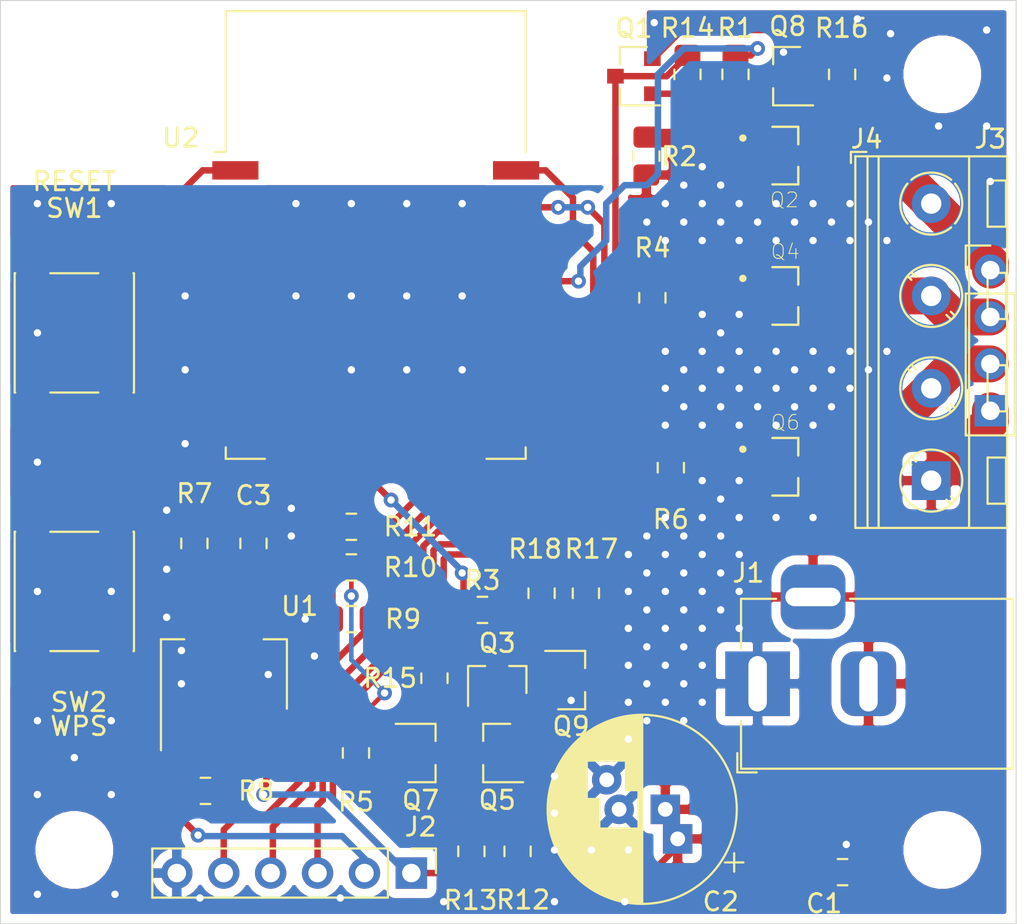
<source format=kicad_pcb>
(kicad_pcb (version 20171130) (host pcbnew 5.1.4+dfsg1-1)
  (layers (0 F.Cu signal) (31 B.Cu signal) (34 B.Paste user) (35 F.Paste user) (36 B.SilkS user) (37 F.SilkS user) (38 B.Mask user) (39 F.Mask user) (44 Edge.Cuts user))
  (net 0 "")
  (net 1 GND)
  (net 2 +12V)
  (net 3 +3V3)
  (net 4 /FL_DTR)
  (net 5 /FL_TX)
  (net 6 /FL_RX)
  (net 7 /DRAIN_BLUE)
  (net 8 /DRAIN_GREEN)
  (net 9 /DRAIN_RED)
  (net 10 /SIG_RED)
  (net 11 /SIG_GREEN)
  (net 12 /SIG_BLUE)
  (net 13 "Net-(R7-Pad1)")
  (net 14 "Net-(R10-Pad1)")
  (net 15 "Net-(R11-Pad2)")
  (net 16 /BTN_RST)
  (net 17 /BTN_WPS)
  (net 18 "Net-(U2-Pad14)")
  (net 19 "Net-(U2-Pad13)")
  (net 20 "Net-(U2-Pad12)")
  (net 21 "Net-(U2-Pad11)")
  (net 22 "Net-(U2-Pad10)")
  (net 23 "Net-(U2-Pad9)")
  (net 24 "Net-(U2-Pad7)")
  (net 25 "Net-(U2-Pad4)")
  (net 26 "Net-(U2-Pad2)")
  (net 27 "Net-(Q1-Pad2)")
  (net 28 "Net-(Q1-Pad1)")
  (net 29 "Net-(Q3-Pad2)")
  (net 30 "Net-(Q3-Pad1)")
  (net 31 "Net-(Q5-Pad2)")
  (net 32 "Net-(Q5-Pad1)")
  (net 33 "Net-(Q2-Pad1)")
  (net 34 "Net-(Q4-Pad1)")
  (net 35 "Net-(Q6-Pad1)")
  (net 36 "Net-(Q7-Pad2)")
  (net 37 "Net-(Q7-Pad1)")
  (net 38 "Net-(Q8-Pad1)")
  (net 39 "Net-(Q9-Pad1)")
  (module Resistor_SMD:R_0805_2012Metric_Pad1.15x1.40mm_HandSolder (layer F.Cu) (at 29.3 32.1 270)
    (fp_text reference R18 (at -2.4 0.35 180) (layer F.SilkS))
    (fp_text value 100R)
    (pad 2 smd roundrect (at 1.025 0 270) (size 1.15 1.4) (layers F.Cu F.Paste F.Mask) (roundrect_rratio 0.217391) (net 29 "Net-(Q3-Pad2)"))
    (pad 1 smd roundrect (at -1.025 0 270) (size 1.15 1.4) (layers F.Cu F.Paste F.Mask) (roundrect_rratio 0.217391) (net 34 "Net-(Q4-Pad1)"))
  )
  (module Resistor_SMD:R_0805_2012Metric_Pad1.15x1.40mm_HandSolder (layer F.Cu) (at 31.7 32.1 270)
    (fp_text reference R17 (at -2.4 -0.3 180) (layer F.SilkS))
    (fp_text value 100R)
    (pad 2 smd roundrect (at 1.025 0 270) (size 1.15 1.4) (layers F.Cu F.Paste F.Mask) (roundrect_rratio 0.217391) (net 31 "Net-(Q5-Pad2)"))
    (pad 1 smd roundrect (at -1.025 0 270) (size 1.15 1.4) (layers F.Cu F.Paste F.Mask) (roundrect_rratio 0.217391) (net 35 "Net-(Q6-Pad1)"))
  )
  (module Resistor_SMD:R_0805_2012Metric_Pad1.15x1.40mm_HandSolder (layer F.Cu) (at 45.575 4 90)
    (fp_text reference R16 (at 2.5 -0.025 180) (layer F.SilkS))
    (fp_text value 100R)
    (pad 2 smd roundrect (at 1.025 0 90) (size 1.15 1.4) (layers F.Cu F.Paste F.Mask) (roundrect_rratio 0.217391) (net 27 "Net-(Q1-Pad2)"))
    (pad 1 smd roundrect (at -1.025 0 90) (size 1.15 1.4) (layers F.Cu F.Paste F.Mask) (roundrect_rratio 0.217391) (net 33 "Net-(Q2-Pad1)"))
  )
  (module Resistor_SMD:R_0805_2012Metric_Pad1.15x1.40mm_HandSolder (layer F.Cu) (at 23.5 36.7 270)
    (fp_text reference R15 (at 0 2.4 180) (layer F.SilkS))
    (fp_text value 1K)
    (pad 2 smd roundrect (at 1.025 0 270) (size 1.15 1.4) (layers F.Cu F.Paste F.Mask) (roundrect_rratio 0.217391) (net 2 +12V))
    (pad 1 smd roundrect (at -1.025 0 270) (size 1.15 1.4) (layers F.Cu F.Paste F.Mask) (roundrect_rratio 0.217391) (net 30 "Net-(Q3-Pad1)"))
  )
  (module Resistor_SMD:R_0805_2012Metric_Pad1.15x1.40mm_HandSolder (layer F.Cu) (at 37.2 4 90)
    (fp_text reference R14 (at 2.5 0 180) (layer F.SilkS))
    (fp_text value 1K)
    (pad 2 smd roundrect (at 1.025 0 90) (size 1.15 1.4) (layers F.Cu F.Paste F.Mask) (roundrect_rratio 0.217391) (net 2 +12V))
    (pad 1 smd roundrect (at -1.025 0 90) (size 1.15 1.4) (layers F.Cu F.Paste F.Mask) (roundrect_rratio 0.217391) (net 28 "Net-(Q1-Pad1)"))
  )
  (module Resistor_SMD:R_0805_2012Metric_Pad1.15x1.40mm_HandSolder (layer F.Cu) (at 25.5 46.075 270)
    (fp_text reference R13 (at 2.65 0.05 180) (layer F.SilkS))
    (fp_text value 1K)
    (pad 2 smd roundrect (at 1.025 0 270) (size 1.15 1.4) (layers F.Cu F.Paste F.Mask) (roundrect_rratio 0.217391) (net 2 +12V))
    (pad 1 smd roundrect (at -1.025 0 270) (size 1.15 1.4) (layers F.Cu F.Paste F.Mask) (roundrect_rratio 0.217391) (net 32 "Net-(Q5-Pad1)"))
  )
  (module Package_TO_SOT_SMD:SOT-23 (layer F.Cu) (at 30.9 36.8)
    (fp_text reference Q9 (at 0 2.5) (layer F.SilkS))
    (fp_text value BC817)
    (pad 3 smd rect (at 1 0) (size 0.9 0.8) (layers F.Cu F.Paste F.Mask) (net 30 "Net-(Q3-Pad1)"))
    (pad 2 smd rect (at -1 0.95) (size 0.9 0.8) (layers F.Cu F.Paste F.Mask) (net 1 GND))
    (pad 1 smd rect (at -1 -0.95) (size 0.9 0.8) (layers F.Cu F.Paste F.Mask) (net 39 "Net-(Q9-Pad1)"))
  )
  (module Package_TO_SOT_SMD:SOT-23 (layer F.Cu) (at 42.6 4.1 180)
    (fp_text reference Q8 (at -0.025 2.7) (layer F.SilkS))
    (fp_text value BC817)
    (pad 3 smd rect (at 1 0 180) (size 0.9 0.8) (layers F.Cu F.Paste F.Mask) (net 28 "Net-(Q1-Pad1)"))
    (pad 2 smd rect (at -1 0.95 180) (size 0.9 0.8) (layers F.Cu F.Paste F.Mask) (net 1 GND))
    (pad 1 smd rect (at -1 -0.95 180) (size 0.9 0.8) (layers F.Cu F.Paste F.Mask) (net 38 "Net-(Q8-Pad1)"))
  )
  (module Package_TO_SOT_SMD:SOT-23 (layer F.Cu) (at 22.8 40.75)
    (fp_text reference Q7 (at -0.05 2.55) (layer F.SilkS))
    (fp_text value BC817)
    (pad 3 smd rect (at 1 0) (size 0.9 0.8) (layers F.Cu F.Paste F.Mask) (net 32 "Net-(Q5-Pad1)"))
    (pad 2 smd rect (at -1 0.95) (size 0.9 0.8) (layers F.Cu F.Paste F.Mask) (net 36 "Net-(Q7-Pad2)"))
    (pad 1 smd rect (at -1 -0.95) (size 0.9 0.8) (layers F.Cu F.Paste F.Mask) (net 37 "Net-(Q7-Pad1)"))
  )
  (module Resistor_SMD:R_0805_2012Metric_Pad1.15x1.40mm_HandSolder (layer F.Cu) (at 28 46.075 270)
    (fp_text reference R12 (at 2.625 -0.3 180) (layer F.SilkS))
    (fp_text value 100K)
    (pad 2 smd roundrect (at 1.025 0 270) (size 1.15 1.4) (layers F.Cu F.Paste F.Mask) (roundrect_rratio 0.217391) (net 2 +12V))
    (pad 1 smd roundrect (at -1.025 0 270) (size 1.15 1.4) (layers F.Cu F.Paste F.Mask) (roundrect_rratio 0.217391) (net 1 GND))
  )
  (module Package_TO_SOT_SMD:SOT-23 (layer F.Cu) (at 26.9 36.8 90)
    (fp_text reference Q3 (at 2 0 180) (layer F.SilkS))
    (fp_text value BC807)
    (pad 3 smd rect (at 1 0 90) (size 0.9 0.8) (layers F.Cu F.Paste F.Mask) (net 2 +12V))
    (pad 2 smd rect (at -1 0.95 90) (size 0.9 0.8) (layers F.Cu F.Paste F.Mask) (net 29 "Net-(Q3-Pad2)"))
    (pad 1 smd rect (at -1 -0.95 90) (size 0.9 0.8) (layers F.Cu F.Paste F.Mask) (net 30 "Net-(Q3-Pad1)"))
  )
  (module IRLML0030TRPBF-1:SOT95P237X112-3N (layer F.Cu) (at 42.5 8.4)
    (fp_text reference Q2 (at -0.05 2.4) (layer F.SilkS) (effects (font (size 0.8 0.8) (thickness 0.05))))
    (fp_text value IRLML0030TRPBF-1 hide)
    (pad 3 smd rect (at 1.025 0) (size 1.3 0.59) (layers F.Cu F.Paste F.Mask) (net 9 /DRAIN_RED))
    (pad 2 smd rect (at -1.025 0.95) (size 1.3 0.59) (layers F.Cu F.Paste F.Mask) (net 1 GND))
    (pad 1 smd rect (at -1.025 -0.95) (size 1.3 0.59) (layers F.Cu F.Paste F.Mask) (net 33 "Net-(Q2-Pad1)"))
  )
  (module MountingHole:MountingHole_3.2mm_M3 (layer F.Cu) (at 51 4)
    (fp_text reference H4 hide)
    (fp_text value MountingHole hide)
    (pad 1 np_thru_hole circle (at 0 0) (size 3.2 3.2) (drill 3.2) (layers *.Cu *.Mask))
  )
  (module MountingHole:MountingHole_3.2mm_M3 (layer F.Cu) (at 4 46)
    (fp_text reference H3 hide)
    (fp_text value MountingHole)
    (pad 1 np_thru_hole circle (at 0 0) (size 3.2 3.2) (drill 3.2) (layers *.Cu *.Mask))
  )
  (module MountingHole:MountingHole_3.2mm_M3 (layer F.Cu) (at 51 46)
    (fp_text reference H2 hide)
    (fp_text value MountingHole hide)
    (pad 1 np_thru_hole circle (at 0 0) (size 3.2 3.2) (drill 3.2) (layers *.Cu *.Mask))
  )
  (module MountingHole:MountingHole_3.2mm_M3 (layer F.Cu) (at 4 4)
    (fp_text reference H1 hide)
    (fp_text value MountingHole)
    (pad 1 np_thru_hole circle (at 0 0) (size 3.2 3.2) (drill 3.2) (layers *.Cu *.Mask))
  )
  (module RF_Module:ESP-12E (layer F.Cu) (at 20.32 12.7)
    (fp_text reference U2 (at -10.56 -5.26) (layer F.SilkS))
    (fp_text value ESP-12E)
    (pad 22 smd rect (at 7.6 -3.5) (size 2.5 1) (layers F.Cu F.Paste F.Mask) (net 5 /FL_TX))
    (pad 21 smd rect (at 7.6 -1.5) (size 2.5 1) (layers F.Cu F.Paste F.Mask) (net 6 /FL_RX))
    (pad 20 smd rect (at 7.6 0.5) (size 2.5 1) (layers F.Cu F.Paste F.Mask) (net 17 /BTN_WPS))
    (pad 19 smd rect (at 7.6 2.5) (size 2.5 1) (layers F.Cu F.Paste F.Mask) (net 10 /SIG_RED))
    (pad 18 smd rect (at 7.6 4.5) (size 2.5 1) (layers F.Cu F.Paste F.Mask) (net 4 /FL_DTR))
    (pad 17 smd rect (at 7.6 6.5) (size 2.5 1) (layers F.Cu F.Paste F.Mask) (net 14 "Net-(R10-Pad1)"))
    (pad 16 smd rect (at 7.6 8.5) (size 2.5 1) (layers F.Cu F.Paste F.Mask) (net 15 "Net-(R11-Pad2)"))
    (pad 15 smd rect (at 7.6 10.5) (size 2.5 1) (layers F.Cu F.Paste F.Mask) (net 1 GND))
    (pad 14 smd rect (at 5 12) (size 1 1.8) (layers F.Cu F.Paste F.Mask) (net 18 "Net-(U2-Pad14)"))
    (pad 13 smd rect (at 3 12) (size 1 1.8) (layers F.Cu F.Paste F.Mask) (net 19 "Net-(U2-Pad13)"))
    (pad 12 smd rect (at 1 12) (size 1 1.8) (layers F.Cu F.Paste F.Mask) (net 20 "Net-(U2-Pad12)"))
    (pad 11 smd rect (at -1 12) (size 1 1.8) (layers F.Cu F.Paste F.Mask) (net 21 "Net-(U2-Pad11)"))
    (pad 10 smd rect (at -3 12) (size 1 1.8) (layers F.Cu F.Paste F.Mask) (net 22 "Net-(U2-Pad10)"))
    (pad 9 smd rect (at -5 12) (size 1 1.8) (layers F.Cu F.Paste F.Mask) (net 23 "Net-(U2-Pad9)"))
    (pad 8 smd rect (at -7.6 10.5) (size 2.5 1) (layers F.Cu F.Paste F.Mask) (net 3 +3V3))
    (pad 7 smd rect (at -7.6 8.5) (size 2.5 1) (layers F.Cu F.Paste F.Mask) (net 24 "Net-(U2-Pad7)"))
    (pad 6 smd rect (at -7.6 6.5) (size 2.5 1) (layers F.Cu F.Paste F.Mask) (net 12 /SIG_BLUE))
    (pad 5 smd rect (at -7.6 4.5) (size 2.5 1) (layers F.Cu F.Paste F.Mask) (net 11 /SIG_GREEN))
    (pad 4 smd rect (at -7.6 2.5) (size 2.5 1) (layers F.Cu F.Paste F.Mask) (net 25 "Net-(U2-Pad4)"))
    (pad 3 smd rect (at -7.6 0.5) (size 2.5 1) (layers F.Cu F.Paste F.Mask) (net 13 "Net-(R7-Pad1)"))
    (pad 2 smd rect (at -7.6 -1.5) (size 2.5 1) (layers F.Cu F.Paste F.Mask) (net 26 "Net-(U2-Pad2)"))
    (pad 1 smd rect (at -7.6 -3.5) (size 2.5 1) (layers F.Cu F.Paste F.Mask) (net 16 /BTN_RST))
  )
  (module Package_TO_SOT_SMD:SOT-223-3_TabPin2 (layer F.Cu) (at 12.1 36.5 90)
    (fp_text reference U1 (at 3.7 4.1 180) (layer F.SilkS))
    (fp_text value AMS1117-3.3)
    (pad 1 smd rect (at -3.15 -2.3 90) (size 2 1.5) (layers F.Cu F.Paste F.Mask) (net 1 GND))
    (pad 3 smd rect (at -3.15 2.3 90) (size 2 1.5) (layers F.Cu F.Paste F.Mask) (net 2 +12V))
    (pad 2 smd rect (at -3.15 0 90) (size 2 1.5) (layers F.Cu F.Paste F.Mask) (net 3 +3V3))
    (pad 2 smd rect (at 3.15 0 90) (size 2 3.8) (layers F.Cu F.Paste F.Mask) (net 3 +3V3))
  )
  (module Button_Switch_SMD:SW_Push_1P1T_NO_6x6mm_H9.5mm (layer F.Cu) (at 4 32 270)
    (fp_text reference SW2 (at 6 -0.25) (layer F.SilkS))
    (fp_text value SW_Push)
    (pad 2 smd rect (at 3.975 2.25 270) (size 1.55 1.3) (layers F.Cu F.Paste F.Mask) (net 1 GND))
    (pad 1 smd rect (at 3.975 -2.25 270) (size 1.55 1.3) (layers F.Cu F.Paste F.Mask) (net 17 /BTN_WPS))
    (pad 1 smd rect (at -3.975 -2.25 270) (size 1.55 1.3) (layers F.Cu F.Paste F.Mask) (net 17 /BTN_WPS))
    (pad 2 smd rect (at -3.975 2.25 270) (size 1.55 1.3) (layers F.Cu F.Paste F.Mask) (net 1 GND))
  )
  (module Button_Switch_SMD:SW_Push_1P1T_NO_6x6mm_H9.5mm (layer F.Cu) (at 4 18 270)
    (fp_text reference SW1 (at -6.75 0 180) (layer F.SilkS))
    (fp_text value SW_Push)
    (pad 2 smd rect (at 3.975 2.25 270) (size 1.55 1.3) (layers F.Cu F.Paste F.Mask) (net 1 GND))
    (pad 1 smd rect (at 3.975 -2.25 270) (size 1.55 1.3) (layers F.Cu F.Paste F.Mask) (net 16 /BTN_RST))
    (pad 1 smd rect (at -3.975 -2.25 270) (size 1.55 1.3) (layers F.Cu F.Paste F.Mask) (net 16 /BTN_RST))
    (pad 2 smd rect (at -3.975 2.25 270) (size 1.55 1.3) (layers F.Cu F.Paste F.Mask) (net 1 GND))
  )
  (module Resistor_SMD:R_0805_2012Metric_Pad1.15x1.40mm_HandSolder (layer F.Cu) (at 19 28.5)
    (fp_text reference R11 (at 3.2 0) (layer F.SilkS))
    (fp_text value 1K*)
    (pad 2 smd roundrect (at 1.025 0) (size 1.15 1.4) (layers F.Cu F.Paste F.Mask) (roundrect_rratio 0.217391) (net 15 "Net-(R11-Pad2)"))
    (pad 1 smd roundrect (at -1.025 0) (size 1.15 1.4) (layers F.Cu F.Paste F.Mask) (roundrect_rratio 0.217391) (net 1 GND))
  )
  (module Resistor_SMD:R_0805_2012Metric_Pad1.15x1.40mm_HandSolder (layer F.Cu) (at 19 30.7 180)
    (fp_text reference R10 (at -3.2 0) (layer F.SilkS))
    (fp_text value 1K*)
    (pad 2 smd roundrect (at 1.025 0 180) (size 1.15 1.4) (layers F.Cu F.Paste F.Mask) (roundrect_rratio 0.217391) (net 3 +3V3))
    (pad 1 smd roundrect (at -1.025 0 180) (size 1.15 1.4) (layers F.Cu F.Paste F.Mask) (roundrect_rratio 0.217391) (net 14 "Net-(R10-Pad1)"))
  )
  (module Resistor_SMD:R_0805_2012Metric_Pad1.15x1.40mm_HandSolder (layer F.Cu) (at 19 33.5 180)
    (fp_text reference R9 (at -2.8 0) (layer F.SilkS))
    (fp_text value 1K*)
    (pad 2 smd roundrect (at 1.025 0 180) (size 1.15 1.4) (layers F.Cu F.Paste F.Mask) (roundrect_rratio 0.217391) (net 3 +3V3))
    (pad 1 smd roundrect (at -1.025 0 180) (size 1.15 1.4) (layers F.Cu F.Paste F.Mask) (roundrect_rratio 0.217391) (net 4 /FL_DTR))
  )
  (module Resistor_SMD:R_0805_2012Metric_Pad1.15x1.40mm_HandSolder (layer F.Cu) (at 11.1 42.8)
    (fp_text reference R8 (at 2.75 0) (layer F.SilkS))
    (fp_text value 1K)
    (pad 2 smd roundrect (at 1.025 0) (size 1.15 1.4) (layers F.Cu F.Paste F.Mask) (roundrect_rratio 0.217391) (net 3 +3V3))
    (pad 1 smd roundrect (at -1.025 0) (size 1.15 1.4) (layers F.Cu F.Paste F.Mask) (roundrect_rratio 0.217391) (net 16 /BTN_RST))
  )
  (module Resistor_SMD:R_0805_2012Metric_Pad1.15x1.40mm_HandSolder (layer F.Cu) (at 10.5 29.4 270)
    (fp_text reference R7 (at -2.7 0 180) (layer F.SilkS))
    (fp_text value 1K)
    (pad 2 smd roundrect (at 1.025 0 270) (size 1.15 1.4) (layers F.Cu F.Paste F.Mask) (roundrect_rratio 0.217391) (net 3 +3V3))
    (pad 1 smd roundrect (at -1.025 0 270) (size 1.15 1.4) (layers F.Cu F.Paste F.Mask) (roundrect_rratio 0.217391) (net 13 "Net-(R7-Pad1)"))
  )
  (module Resistor_SMD:R_0805_2012Metric_Pad1.15x1.40mm_HandSolder (layer F.Cu) (at 36.3 25.3 270)
    (fp_text reference R6 (at 2.8 0 180) (layer F.SilkS))
    (fp_text value 1K)
    (pad 2 smd roundrect (at 1.025 0 270) (size 1.15 1.4) (layers F.Cu F.Paste F.Mask) (roundrect_rratio 0.217391) (net 1 GND))
    (pad 1 smd roundrect (at -1.025 0 270) (size 1.15 1.4) (layers F.Cu F.Paste F.Mask) (roundrect_rratio 0.217391) (net 35 "Net-(Q6-Pad1)"))
  )
  (module Resistor_SMD:R_0805_2012Metric_Pad1.15x1.40mm_HandSolder (layer F.Cu) (at 19.25 40.75 90)
    (fp_text reference R5 (at -2.65 0 180) (layer F.SilkS))
    (fp_text value 1K)
    (pad 2 smd roundrect (at 1.025 0 90) (size 1.15 1.4) (layers F.Cu F.Paste F.Mask) (roundrect_rratio 0.217391) (net 12 /SIG_BLUE))
    (pad 1 smd roundrect (at -1.025 0 90) (size 1.15 1.4) (layers F.Cu F.Paste F.Mask) (roundrect_rratio 0.217391) (net 37 "Net-(Q7-Pad1)"))
  )
  (module Resistor_SMD:R_0805_2012Metric_Pad1.15x1.40mm_HandSolder (layer F.Cu) (at 35.3 16.1 270)
    (fp_text reference R4 (at -2.7 0 180) (layer F.SilkS))
    (fp_text value 1K)
    (pad 2 smd roundrect (at 1.025 0 270) (size 1.15 1.4) (layers F.Cu F.Paste F.Mask) (roundrect_rratio 0.217391) (net 1 GND))
    (pad 1 smd roundrect (at -1.025 0 270) (size 1.15 1.4) (layers F.Cu F.Paste F.Mask) (roundrect_rratio 0.217391) (net 34 "Net-(Q4-Pad1)"))
  )
  (module Resistor_SMD:R_0805_2012Metric_Pad1.15x1.40mm_HandSolder (layer F.Cu) (at 26.1 33 180)
    (fp_text reference R3 (at 0 1.6) (layer F.SilkS))
    (fp_text value 1K)
    (pad 2 smd roundrect (at 1.025 0 180) (size 1.15 1.4) (layers F.Cu F.Paste F.Mask) (roundrect_rratio 0.217391) (net 11 /SIG_GREEN))
    (pad 1 smd roundrect (at -1.025 0 180) (size 1.15 1.4) (layers F.Cu F.Paste F.Mask) (roundrect_rratio 0.217391) (net 39 "Net-(Q9-Pad1)"))
  )
  (module Resistor_SMD:R_0805_2012Metric_Pad1.15x1.40mm_HandSolder (layer F.Cu) (at 34.975 8.425 270)
    (fp_text reference R2 (at 0.025 -1.775 180) (layer F.SilkS))
    (fp_text value 1K)
    (pad 2 smd roundrect (at 1.025 0 270) (size 1.15 1.4) (layers F.Cu F.Paste F.Mask) (roundrect_rratio 0.217391) (net 1 GND))
    (pad 1 smd roundrect (at -1.025 0 270) (size 1.15 1.4) (layers F.Cu F.Paste F.Mask) (roundrect_rratio 0.217391) (net 33 "Net-(Q2-Pad1)"))
  )
  (module Resistor_SMD:R_0805_2012Metric_Pad1.15x1.40mm_HandSolder (layer F.Cu) (at 39.8 4 90)
    (fp_text reference R1 (at 2.5 0 180) (layer F.SilkS))
    (fp_text value 1K)
    (pad 2 smd roundrect (at 1.025 0 90) (size 1.15 1.4) (layers F.Cu F.Paste F.Mask) (roundrect_rratio 0.217391) (net 10 /SIG_RED))
    (pad 1 smd roundrect (at -1.025 0 90) (size 1.15 1.4) (layers F.Cu F.Paste F.Mask) (roundrect_rratio 0.217391) (net 38 "Net-(Q8-Pad1)"))
  )
  (module IRLML0030TRPBF-1:SOT95P237X112-3N (layer F.Cu) (at 42.5 25.25)
    (fp_text reference Q6 (at 0 -2.4) (layer F.SilkS) (effects (font (size 0.8 0.8) (thickness 0.05))))
    (fp_text value IRLML0030TRPBF-1 hide)
    (pad 3 smd rect (at 1.025 0) (size 1.3 0.59) (layers F.Cu F.Paste F.Mask) (net 7 /DRAIN_BLUE))
    (pad 2 smd rect (at -1.025 0.95) (size 1.3 0.59) (layers F.Cu F.Paste F.Mask) (net 1 GND))
    (pad 1 smd rect (at -1.025 -0.95) (size 1.3 0.59) (layers F.Cu F.Paste F.Mask) (net 35 "Net-(Q6-Pad1)"))
  )
  (module Package_TO_SOT_SMD:SOT-23 (layer F.Cu) (at 26.9 40.75 180)
    (fp_text reference Q5 (at 0 -2.55) (layer F.SilkS))
    (fp_text value BC807)
    (pad 3 smd rect (at 1 0 180) (size 0.9 0.8) (layers F.Cu F.Paste F.Mask) (net 2 +12V))
    (pad 2 smd rect (at -1 0.95 180) (size 0.9 0.8) (layers F.Cu F.Paste F.Mask) (net 31 "Net-(Q5-Pad2)"))
    (pad 1 smd rect (at -1 -0.95 180) (size 0.9 0.8) (layers F.Cu F.Paste F.Mask) (net 32 "Net-(Q5-Pad1)"))
  )
  (module IRLML0030TRPBF-1:SOT95P237X112-3N (layer F.Cu) (at 42.5 16)
    (fp_text reference Q4 (at 0 -2.4) (layer F.SilkS) (effects (font (size 0.8 0.8) (thickness 0.05))))
    (fp_text value IRLML0030TRPBF-1 hide)
    (pad 3 smd rect (at 1.025 0) (size 1.3 0.59) (layers F.Cu F.Paste F.Mask) (net 8 /DRAIN_GREEN))
    (pad 2 smd rect (at -1.025 0.95) (size 1.3 0.59) (layers F.Cu F.Paste F.Mask) (net 1 GND))
    (pad 1 smd rect (at -1.025 -0.95) (size 1.3 0.59) (layers F.Cu F.Paste F.Mask) (net 34 "Net-(Q4-Pad1)"))
  )
  (module Package_TO_SOT_SMD:SOT-23 (layer F.Cu) (at 34.3 4.1 180)
    (fp_text reference Q1 (at 0 2.6) (layer F.SilkS))
    (fp_text value BC807)
    (pad 3 smd rect (at 1 0 180) (size 0.9 0.8) (layers F.Cu F.Paste F.Mask) (net 2 +12V))
    (pad 2 smd rect (at -1 0.95 180) (size 0.9 0.8) (layers F.Cu F.Paste F.Mask) (net 27 "Net-(Q1-Pad2)"))
    (pad 1 smd rect (at -1 -0.95 180) (size 0.9 0.8) (layers F.Cu F.Paste F.Mask) (net 28 "Net-(Q1-Pad1)"))
  )
  (module TerminalBlock_RND:TerminalBlock_RND_205-00047_1x04_P5.00mm_Horizontal (layer F.Cu) (at 50.4 11 270)
    (fp_text reference J4 (at -3.5 3.5 180) (layer F.SilkS))
    (fp_text value Screw_Terminal_01x04 hide)
    (pad 4 thru_hole rect (at 15 0 270) (size 2.1 2.1) (drill 1.1) (layers *.Cu *.Mask) (net 2 +12V))
    (pad 3 thru_hole circle (at 10 0 270) (size 2.1 2.1) (drill 1.1) (layers *.Cu *.Mask) (net 7 /DRAIN_BLUE))
    (pad 2 thru_hole circle (at 5 0 270) (size 2.1 2.1) (drill 1.1) (layers *.Cu *.Mask) (net 8 /DRAIN_GREEN))
    (pad 1 thru_hole circle (at 0 0 270) (size 2.1 2.1) (drill 1.1) (layers *.Cu *.Mask) (net 9 /DRAIN_RED))
  )
  (module Connector_PinHeader_2.54mm:PinHeader_1x04_P2.54mm_Vertical (layer F.Cu) (at 53.6 14.6)
    (fp_text reference J3 (at 0 -7.1) (layer F.SilkS))
    (fp_text value Conn_01x04 hide)
    (pad 4 thru_hole rect (at 0 7.62) (size 1.7 1.7) (drill 1) (layers *.Cu *.Mask) (net 2 +12V))
    (pad 3 thru_hole oval (at 0 5.08) (size 1.7 1.7) (drill 1) (layers *.Cu *.Mask) (net 7 /DRAIN_BLUE))
    (pad 2 thru_hole oval (at 0 2.54) (size 1.7 1.7) (drill 1) (layers *.Cu *.Mask) (net 8 /DRAIN_GREEN))
    (pad 1 thru_hole circle (at 0 0) (size 1.7 1.7) (drill 1) (layers *.Cu *.Mask) (net 9 /DRAIN_RED))
  )
  (module Connector_PinHeader_2.54mm:PinHeader_1x06_P2.54mm_Vertical (layer F.Cu) (at 22.25 47.25 270)
    (fp_text reference J2 (at -2.5 -0.5 180) (layer F.SilkS))
    (fp_text value Conn_01x06)
    (pad 6 thru_hole oval (at 0 12.7 270) (size 1.7 1.7) (drill 1) (layers *.Cu *.Mask) (net 1 GND))
    (pad 5 thru_hole oval (at 0 10.16 270) (size 1.7 1.7) (drill 1) (layers *.Cu *.Mask) (net 4 /FL_DTR))
    (pad 4 thru_hole oval (at 0 7.62 270) (size 1.7 1.7) (drill 1) (layers *.Cu *.Mask) (net 5 /FL_TX))
    (pad 3 thru_hole oval (at 0 5.08 270) (size 1.7 1.7) (drill 1) (layers *.Cu *.Mask) (net 6 /FL_RX))
    (pad 2 thru_hole oval (at 0 2.54 270) (size 1.7 1.7) (drill 1) (layers *.Cu *.Mask) (net 16 /BTN_RST))
    (pad 1 thru_hole rect (at 0 0 270) (size 1.7 1.7) (drill 1) (layers *.Cu *.Mask) (net 2 +12V))
  )
  (module Connector_BarrelJack:BarrelJack_Horizontal (layer F.Cu) (at 41 37 180)
    (fp_text reference J1 (at 0.5 6) (layer F.SilkS))
    (fp_text value Barrel_Jack_Switch hide)
    (pad 3 thru_hole roundrect (at -3 4.7 180) (size 3.5 3.5) (drill oval 3 1) (layers *.Cu *.Mask) (net 2 +12V))
    (pad 2 thru_hole roundrect (at -6 0 180) (size 3 3.5) (drill oval 1 3) (layers *.Cu *.Mask) (net 2 +12V))
    (pad 1 thru_hole rect (at 0 0 180) (size 3.5 3.5) (drill oval 1 3) (layers *.Cu *.Mask) (net 1 GND))
  )
  (module Capacitor_SMD:C_0805_2012Metric_Pad1.15x1.40mm_HandSolder (layer F.Cu) (at 13.7 29.4 90)
    (fp_text reference C3 (at 2.6 0 180) (layer F.SilkS))
    (fp_text value 100nF)
    (pad 2 smd roundrect (at 1.025 0 90) (size 1.15 1.4) (layers F.Cu F.Paste F.Mask) (roundrect_rratio 0.217391) (net 1 GND))
    (pad 1 smd roundrect (at -1.025 0 90) (size 1.15 1.4) (layers F.Cu F.Paste F.Mask) (roundrect_rratio 0.217391) (net 3 +3V3))
  )
  (module Capacitor_THT:CP_Radial_D10.0mm_P2.50mm_P5.00mm (layer F.Cu) (at 36 43.8 180)
    (fp_text reference C2 (at -3 -5) (layer F.SilkS))
    (fp_text value 100uF)
    (pad 2 thru_hole circle (at 3.170937 1.6 180) (size 1.6 1.6) (drill 0.8) (layers *.Cu *.Mask) (net 1 GND))
    (pad 1 thru_hole rect (at -0.670937 -1.6 180) (size 1.6 1.6) (drill 0.8) (layers *.Cu *.Mask) (net 2 +12V))
    (pad 2 thru_hole circle (at 2.5 0 180) (size 1.6 1.6) (drill 0.8) (layers *.Cu *.Mask) (net 1 GND))
    (pad 1 thru_hole rect (at 0 0 180) (size 1.6 1.6) (drill 0.8) (layers *.Cu *.Mask) (net 2 +12V))
  )
  (module Capacitor_SMD:C_0805_2012Metric_Pad1.15x1.40mm_HandSolder (layer F.Cu) (at 45.6 47.2)
    (fp_text reference C1 (at -1 1.7) (layer F.SilkS))
    (fp_text value 100nF)
    (pad 2 smd roundrect (at 1.025 0) (size 1.15 1.4) (layers F.Cu F.Paste F.Mask) (roundrect_rratio 0.217391) (net 1 GND))
    (pad 1 smd roundrect (at -1.025 0) (size 1.15 1.4) (layers F.Cu F.Paste F.Mask) (roundrect_rratio 0.217391) (net 2 +12V))
  )
  (gr_text RESET (at 4 9.8) (layer F.SilkS) (effects (font (size 1 1))))
  (gr_text WPS (at 4.25 39.3) (layer F.SilkS) (effects (font (size 1 1))))
  (gr_line (start 55 0) (end 55 50) (layer Edge.Cuts) (width 0.05))
  (gr_line (start 0 0) (end 55 0) (layer Edge.Cuts) (width 0.05))
  (gr_line (start 0 50) (end 55 50) (layer Edge.Cuts) (width 0.05))
  (gr_line (start 0 50) (end 0 40) (layer Edge.Cuts) (width 0.05))
  (gr_line (start 0 40) (end 0 0) (layer Edge.Cuts) (width 0.05))
  (via (at 10 16) (size 0.8) (drill 0.4) (layers F.Cu B.Cu) (net 1))
  (via (at 10 20) (size 0.8) (drill 0.4) (layers F.Cu B.Cu) (net 1))
  (via (at 10 24) (size 0.8) (drill 0.4) (layers F.Cu B.Cu) (net 1))
  (via (at 16 16) (size 0.8) (drill 0.4) (layers F.Cu B.Cu) (net 1))
  (via (at 19 16) (size 0.8) (drill 0.4) (layers F.Cu B.Cu) (net 1))
  (via (at 22 16) (size 0.8) (drill 0.4) (layers F.Cu B.Cu) (net 1))
  (via (at 25 16) (size 0.8) (drill 0.4) (layers F.Cu B.Cu) (net 1))
  (via (at 19 20) (size 0.8) (drill 0.4) (layers F.Cu B.Cu) (net 1))
  (via (at 22 20) (size 0.8) (drill 0.4) (layers F.Cu B.Cu) (net 1))
  (via (at 17 35.5) (size 0.8) (drill 0.4) (layers F.Cu B.Cu) (net 1))
  (via (at 16.5 33.5) (size 0.8) (drill 0.4) (layers F.Cu B.Cu) (net 1))
  (via (at 14.5 36.5) (size 0.8) (drill 0.4) (layers F.Cu B.Cu) (net 1))
  (via (at 15.75 29) (size 0.8) (drill 0.4) (layers F.Cu B.Cu) (net 1))
  (via (at 15.75 27.5) (size 0.8) (drill 0.4) (layers F.Cu B.Cu) (net 1))
  (via (at 42.4 2.8) (size 0.8) (drill 0.4) (layers F.Cu B.Cu) (net 1))
  (via (at 45.8 45.7) (size 0.8) (drill 0.4) (layers F.Cu B.Cu) (net 1))
  (segment (start 45.8 46.375) (end 45.8 45.7) (width 0.35) (layer F.Cu) (net 1))
  (segment (start 46.625 47.2) (end 45.8 46.375) (width 0.35) (layer F.Cu) (net 1))
  (via (at 36 19) (size 0.8) (drill 0.4) (layers F.Cu B.Cu) (net 1))
  (via (at 38 19) (size 0.8) (drill 0.4) (layers F.Cu B.Cu) (net 1))
  (via (at 40 19) (size 0.8) (drill 0.4) (layers F.Cu B.Cu) (net 1))
  (via (at 42 19) (size 0.8) (drill 0.4) (layers F.Cu B.Cu) (net 1))
  (via (at 44 19) (size 0.8) (drill 0.4) (layers F.Cu B.Cu) (net 1))
  (via (at 46 19) (size 0.8) (drill 0.4) (layers F.Cu B.Cu) (net 1))
  (via (at 48 19) (size 0.8) (drill 0.4) (layers F.Cu B.Cu) (net 1))
  (via (at 36 21) (size 0.8) (drill 0.4) (layers F.Cu B.Cu) (net 1))
  (via (at 38 21) (size 0.8) (drill 0.4) (layers F.Cu B.Cu) (net 1))
  (via (at 40 21) (size 0.8) (drill 0.4) (layers F.Cu B.Cu) (net 1))
  (via (at 42 21) (size 0.8) (drill 0.4) (layers F.Cu B.Cu) (net 1))
  (via (at 44 21) (size 0.8) (drill 0.4) (layers F.Cu B.Cu) (net 1))
  (via (at 46 21) (size 0.8) (drill 0.4) (layers F.Cu B.Cu) (net 1))
  (via (at 44 23) (size 0.8) (drill 0.4) (layers F.Cu B.Cu) (net 1))
  (via (at 42 23) (size 0.8) (drill 0.4) (layers F.Cu B.Cu) (net 1))
  (via (at 40 23) (size 0.8) (drill 0.4) (layers F.Cu B.Cu) (net 1))
  (via (at 38 23) (size 0.8) (drill 0.4) (layers F.Cu B.Cu) (net 1))
  (via (at 38 17) (size 0.8) (drill 0.4) (layers F.Cu B.Cu) (net 1))
  (via (at 37 20) (size 0.8) (drill 0.4) (layers F.Cu B.Cu) (net 1))
  (via (at 39 20) (size 0.8) (drill 0.4) (layers F.Cu B.Cu) (net 1))
  (via (at 41 20) (size 0.8) (drill 0.4) (layers F.Cu B.Cu) (net 1))
  (via (at 43 20) (size 0.8) (drill 0.4) (layers F.Cu B.Cu) (net 1))
  (via (at 45 20) (size 0.8) (drill 0.4) (layers F.Cu B.Cu) (net 1))
  (via (at 47 20) (size 0.8) (drill 0.4) (layers F.Cu B.Cu) (net 1))
  (via (at 37 22) (size 0.8) (drill 0.4) (layers F.Cu B.Cu) (net 1))
  (via (at 39 22) (size 0.8) (drill 0.4) (layers F.Cu B.Cu) (net 1))
  (via (at 41 22) (size 0.8) (drill 0.4) (layers F.Cu B.Cu) (net 1))
  (via (at 43 22) (size 0.8) (drill 0.4) (layers F.Cu B.Cu) (net 1))
  (via (at 45 22) (size 0.8) (drill 0.4) (layers F.Cu B.Cu) (net 1))
  (via (at 36 23) (size 0.8) (drill 0.4) (layers F.Cu B.Cu) (net 1))
  (via (at 40 17) (size 0.8) (drill 0.4) (layers F.Cu B.Cu) (net 1))
  (via (at 39 18) (size 0.8) (drill 0.4) (layers F.Cu B.Cu) (net 1))
  (via (at 36 11) (size 0.8) (drill 0.4) (layers F.Cu B.Cu) (net 1))
  (via (at 38 11) (size 0.8) (drill 0.4) (layers F.Cu B.Cu) (net 1))
  (via (at 40 11) (size 0.8) (drill 0.4) (layers F.Cu B.Cu) (net 1))
  (via (at 42 11) (size 0.8) (drill 0.4) (layers F.Cu B.Cu) (net 1))
  (via (at 44 11) (size 0.8) (drill 0.4) (layers F.Cu B.Cu) (net 1))
  (via (at 46 11) (size 0.8) (drill 0.4) (layers F.Cu B.Cu) (net 1))
  (via (at 36 13) (size 0.8) (drill 0.4) (layers F.Cu B.Cu) (net 1))
  (via (at 38 13) (size 0.8) (drill 0.4) (layers F.Cu B.Cu) (net 1))
  (via (at 40 13) (size 0.8) (drill 0.4) (layers F.Cu B.Cu) (net 1))
  (via (at 42 13) (size 0.8) (drill 0.4) (layers F.Cu B.Cu) (net 1))
  (via (at 44 13) (size 0.8) (drill 0.4) (layers F.Cu B.Cu) (net 1))
  (via (at 46 13) (size 0.8) (drill 0.4) (layers F.Cu B.Cu) (net 1))
  (via (at 48 13) (size 0.8) (drill 0.4) (layers F.Cu B.Cu) (net 1))
  (via (at 45 12) (size 0.8) (drill 0.4) (layers F.Cu B.Cu) (net 1))
  (via (at 47 12) (size 0.8) (drill 0.4) (layers F.Cu B.Cu) (net 1))
  (via (at 43 12) (size 0.8) (drill 0.4) (layers F.Cu B.Cu) (net 1))
  (via (at 41 12) (size 0.8) (drill 0.4) (layers F.Cu B.Cu) (net 1))
  (via (at 39 12) (size 0.8) (drill 0.4) (layers F.Cu B.Cu) (net 1))
  (via (at 37 12) (size 0.8) (drill 0.4) (layers F.Cu B.Cu) (net 1))
  (via (at 35 12) (size 0.8) (drill 0.4) (layers F.Cu B.Cu) (net 1))
  (via (at 37 10) (size 0.8) (drill 0.4) (layers F.Cu B.Cu) (net 1))
  (via (at 39 10) (size 0.8) (drill 0.4) (layers F.Cu B.Cu) (net 1))
  (via (at 38 9) (size 0.8) (drill 0.4) (layers F.Cu B.Cu) (net 1))
  (via (at 38 26) (size 0.8) (drill 0.4) (layers F.Cu B.Cu) (net 1))
  (via (at 40 26) (size 0.8) (drill 0.4) (layers F.Cu B.Cu) (net 1))
  (via (at 38 28) (size 0.8) (drill 0.4) (layers F.Cu B.Cu) (net 1))
  (via (at 36 28) (size 0.8) (drill 0.4) (layers F.Cu B.Cu) (net 1))
  (via (at 40 28) (size 0.8) (drill 0.4) (layers F.Cu B.Cu) (net 1))
  (via (at 42 28) (size 0.8) (drill 0.4) (layers F.Cu B.Cu) (net 1))
  (via (at 44 28) (size 0.8) (drill 0.4) (layers F.Cu B.Cu) (net 1))
  (via (at 36 30) (size 0.8) (drill 0.4) (layers F.Cu B.Cu) (net 1))
  (via (at 38 30) (size 0.8) (drill 0.4) (layers F.Cu B.Cu) (net 1))
  (via (at 40 30) (size 0.8) (drill 0.4) (layers F.Cu B.Cu) (net 1))
  (via (at 36 32) (size 0.8) (drill 0.4) (layers F.Cu B.Cu) (net 1))
  (via (at 38 32) (size 0.8) (drill 0.4) (layers F.Cu B.Cu) (net 1))
  (via (at 40 32) (size 0.8) (drill 0.4) (layers F.Cu B.Cu) (net 1))
  (via (at 36 34) (size 0.8) (drill 0.4) (layers F.Cu B.Cu) (net 1))
  (via (at 38 34) (size 0.8) (drill 0.4) (layers F.Cu B.Cu) (net 1))
  (via (at 40 34) (size 0.8) (drill 0.4) (layers F.Cu B.Cu) (net 1))
  (via (at 34 30) (size 0.8) (drill 0.4) (layers F.Cu B.Cu) (net 1))
  (via (at 34 32) (size 0.8) (drill 0.4) (layers F.Cu B.Cu) (net 1))
  (via (at 37 29) (size 0.8) (drill 0.4) (layers F.Cu B.Cu) (net 1))
  (via (at 35 31) (size 0.8) (drill 0.4) (layers F.Cu B.Cu) (net 1))
  (via (at 37 33) (size 0.8) (drill 0.4) (layers F.Cu B.Cu) (net 1))
  (via (at 37 31) (size 0.8) (drill 0.4) (layers F.Cu B.Cu) (net 1))
  (via (at 39 31) (size 0.8) (drill 0.4) (layers F.Cu B.Cu) (net 1))
  (via (at 39 33) (size 0.8) (drill 0.4) (layers F.Cu B.Cu) (net 1))
  (via (at 35 33) (size 0.8) (drill 0.4) (layers F.Cu B.Cu) (net 1))
  (via (at 35 29) (size 0.8) (drill 0.4) (layers F.Cu B.Cu) (net 1))
  (via (at 39 29) (size 0.8) (drill 0.4) (layers F.Cu B.Cu) (net 1))
  (via (at 39 27) (size 0.8) (drill 0.4) (layers F.Cu B.Cu) (net 1))
  (via (at 37 35) (size 0.8) (drill 0.4) (layers F.Cu B.Cu) (net 1))
  (via (at 38 36) (size 0.8) (drill 0.4) (layers F.Cu B.Cu) (net 1))
  (via (at 38 38) (size 0.8) (drill 0.4) (layers F.Cu B.Cu) (net 1))
  (via (at 36 36) (size 0.8) (drill 0.4) (layers F.Cu B.Cu) (net 1))
  (via (at 37 37) (size 0.8) (drill 0.4) (layers F.Cu B.Cu) (net 1))
  (via (at 30.9 37.9) (size 0.8) (drill 0.4) (layers F.Cu B.Cu) (net 1))
  (via (at 34 34) (size 0.8) (drill 0.4) (layers F.Cu B.Cu) (net 1))
  (via (at 35 35) (size 0.8) (drill 0.4) (layers F.Cu B.Cu) (net 1))
  (via (at 34 36) (size 0.8) (drill 0.4) (layers F.Cu B.Cu) (net 1))
  (via (at 35 37) (size 0.8) (drill 0.4) (layers F.Cu B.Cu) (net 1))
  (via (at 34 38) (size 0.8) (drill 0.4) (layers F.Cu B.Cu) (net 1))
  (via (at 35 39) (size 0.8) (drill 0.4) (layers F.Cu B.Cu) (net 1))
  (via (at 34 40) (size 0.8) (drill 0.4) (layers F.Cu B.Cu) (net 1))
  (via (at 36 38) (size 0.8) (drill 0.4) (layers F.Cu B.Cu) (net 1))
  (via (at 37 39) (size 0.8) (drill 0.4) (layers F.Cu B.Cu) (net 1))
  (via (at 30 42) (size 0.8) (drill 0.4) (layers F.Cu B.Cu) (net 1))
  (via (at 30 44) (size 0.8) (drill 0.4) (layers F.Cu B.Cu) (net 1))
  (via (at 30 46) (size 0.8) (drill 0.4) (layers F.Cu B.Cu) (net 1))
  (via (at 32 46) (size 0.8) (drill 0.4) (layers F.Cu B.Cu) (net 1))
  (via (at 34 46) (size 0.8) (drill 0.4) (layers F.Cu B.Cu) (net 1))
  (via (at 16 11) (size 0.8) (drill 0.4) (layers F.Cu B.Cu) (net 1))
  (via (at 19 11) (size 0.8) (drill 0.4) (layers F.Cu B.Cu) (net 1))
  (via (at 22 11) (size 0.8) (drill 0.4) (layers F.Cu B.Cu) (net 1))
  (via (at 25 11) (size 0.8) (drill 0.4) (layers F.Cu B.Cu) (net 1))
  (via (at 25 20) (size 0.8) (drill 0.4) (layers F.Cu B.Cu) (net 1))
  (via (at 2 11) (size 0.8) (drill 0.4) (layers F.Cu B.Cu) (net 1))
  (via (at 6 11) (size 0.8) (drill 0.4) (layers F.Cu B.Cu) (net 1))
  (via (at 2 18) (size 0.8) (drill 0.4) (layers F.Cu B.Cu) (net 1))
  (via (at 2 25) (size 0.8) (drill 0.4) (layers F.Cu B.Cu) (net 1))
  (via (at 2 32) (size 0.8) (drill 0.4) (layers F.Cu B.Cu) (net 1))
  (via (at 6 32) (size 0.8) (drill 0.4) (layers F.Cu B.Cu) (net 1))
  (via (at 2 39) (size 0.8) (drill 0.4) (layers F.Cu B.Cu) (net 1))
  (via (at 6 39) (size 0.8) (drill 0.4) (layers F.Cu B.Cu) (net 1))
  (via (at 2 43) (size 0.8) (drill 0.4) (layers F.Cu B.Cu) (net 1))
  (via (at 6 43) (size 0.8) (drill 0.4) (layers F.Cu B.Cu) (net 1))
  (via (at 4 41) (size 0.8) (drill 0.4) (layers F.Cu B.Cu) (net 1))
  (via (at 9.8 37) (size 0.8) (drill 0.4) (layers F.Cu B.Cu) (net 1))
  (via (at 9.8 35.2) (size 0.8) (drill 0.4) (layers F.Cu B.Cu) (net 1))
  (via (at 9 33.4) (size 0.8) (drill 0.4) (layers F.Cu B.Cu) (net 1))
  (via (at 9 27.6) (size 0.8) (drill 0.4) (layers F.Cu B.Cu) (net 1))
  (via (at 9 30.8) (size 0.8) (drill 0.4) (layers F.Cu B.Cu) (net 1))
  (via (at 10.8 48.6) (size 0.8) (drill 0.4) (layers F.Cu B.Cu) (net 1))
  (via (at 18.4 48.6) (size 0.8) (drill 0.4) (layers F.Cu B.Cu) (net 1))
  (via (at 2 48.4) (size 0.8) (drill 0.4) (layers F.Cu B.Cu) (net 1))
  (via (at 6.2 48.4) (size 0.8) (drill 0.4) (layers F.Cu B.Cu) (net 1))
  (via (at 24 48.8) (size 0.8) (drill 0.4) (layers F.Cu B.Cu) (net 1))
  (via (at 33.8 48.8) (size 0.8) (drill 0.4) (layers F.Cu B.Cu) (net 1))
  (via (at 30 48.8) (size 0.8) (drill 0.4) (layers F.Cu B.Cu) (net 1))
  (via (at 53.6 9.8) (size 0.8) (drill 0.4) (layers F.Cu B.Cu) (net 1))
  (via (at 53.4 1.6) (size 0.8) (drill 0.4) (layers F.Cu B.Cu) (net 1))
  (via (at 53.4 6.8) (size 0.8) (drill 0.4) (layers F.Cu B.Cu) (net 1))
  (via (at 50.8 6.8) (size 0.8) (drill 0.4) (layers F.Cu B.Cu) (net 1))
  (via (at 48 4.2) (size 0.8) (drill 0.4) (layers F.Cu B.Cu) (net 1))
  (via (at 48.2 1.8) (size 0.8) (drill 0.4) (layers F.Cu B.Cu) (net 1))
  (via (at 35.4 1.2) (size 0.8) (drill 0.4) (layers F.Cu B.Cu) (net 1))
  (via (at 46.4 1) (size 0.8) (drill 0.4) (layers F.Cu B.Cu) (net 1))
  (segment (start 25.1 47.25) (end 24 47.25) (width 0.25) (layer F.Cu) (net 2))
  (segment (start 24 30.25) (end 24 33) (width 0.35) (layer F.Cu) (net 2))
  (segment (start 33.3 26.45) (end 29.75 30) (width 0.35) (layer F.Cu) (net 2))
  (segment (start 33.3 8.55) (end 33.3 26.45) (width 0.35) (layer F.Cu) (net 2))
  (segment (start 29.75 30) (end 24.25 30) (width 0.35) (layer F.Cu) (net 2))
  (segment (start 24.25 30) (end 24 30.25) (width 0.35) (layer F.Cu) (net 2))
  (segment (start 33.3 8.55) (end 33.3 4.1) (width 0.35) (layer F.Cu) (net 2))
  (segment (start 36.075 4.1) (end 33.3 4.1) (width 0.35) (layer F.Cu) (net 2))
  (segment (start 37.2 2.975) (end 36.075 4.1) (width 0.35) (layer F.Cu) (net 2))
  (segment (start 14.4 42.85) (end 14.25 43) (width 0.35) (layer F.Cu) (net 2))
  (segment (start 14.4 39.65) (end 14.4 42.85) (width 0.35) (layer F.Cu) (net 2))
  (via (at 14.25 43) (size 0.8) (drill 0.4) (layers F.Cu B.Cu) (net 2))
  (segment (start 22.25 47.25) (end 22 47.25) (width 0.35) (layer F.Cu) (net 2))
  (segment (start 18 43.25) (end 18 39) (width 0.35) (layer F.Cu) (net 2))
  (segment (start 35.220937 47.25) (end 24.25 47.25) (width 0.35) (layer F.Cu) (net 2))
  (segment (start 24.25 47.25) (end 24 47.25) (width 0.35) (layer F.Cu) (net 2))
  (segment (start 37.070937 45.4) (end 35.220937 47.25) (width 0.35) (layer F.Cu) (net 2))
  (segment (start 24 47.25) (end 22.25 47.25) (width 0.35) (layer F.Cu) (net 2))
  (segment (start 17.25 43) (end 14.25 43) (width 0.35) (layer B.Cu) (net 2))
  (segment (start 17.75 43) (end 17.25 43) (width 0.35) (layer B.Cu) (net 2))
  (segment (start 22.25 47.25) (end 22 47.25) (width 0.35) (layer B.Cu) (net 2))
  (segment (start 22 47.25) (end 17.75 43) (width 0.35) (layer B.Cu) (net 2))
  (segment (start 22 47.25) (end 18 43.25) (width 0.35) (layer F.Cu) (net 2))
  (segment (start 21.625 35.85) (end 23.5 37.725) (width 0.35) (layer F.Cu) (net 2))
  (segment (start 21.15 35.85) (end 21.625 35.85) (width 0.35) (layer F.Cu) (net 2))
  (segment (start 21.15 35.85) (end 22.5 34.5) (width 0.35) (layer F.Cu) (net 2))
  (segment (start 18 39) (end 21.15 35.85) (width 0.35) (layer F.Cu) (net 2))
  (segment (start 25.9 40.125) (end 25.9 40.75) (width 0.35) (layer F.Cu) (net 2))
  (segment (start 23.5 37.725) (end 25.9 40.125) (width 0.35) (layer F.Cu) (net 2))
  (segment (start 25.9 40.75) (end 25.9 40) (width 0.35) (layer F.Cu) (net 2))
  (segment (start 26.15 35.8) (end 24.4 34.05) (width 0.35) (layer F.Cu) (net 2))
  (segment (start 26.9 35.8) (end 26.15 35.8) (width 0.35) (layer F.Cu) (net 2))
  (segment (start 24.4 34.05) (end 22.95 34.05) (width 0.35) (layer F.Cu) (net 2))
  (segment (start 24 33) (end 22.95 34.05) (width 0.35) (layer F.Cu) (net 2))
  (segment (start 22.95 34.05) (end 22.5 34.5) (width 0.35) (layer F.Cu) (net 2))
  (segment (start 53.6 22.8) (end 50.4 26) (width 2) (layer F.Cu) (net 2))
  (segment (start 53.6 22.22) (end 53.6 22.8) (width 2) (layer F.Cu) (net 2))
  (segment (start 12.72 25.12) (end 12.72 23.2) (width 0.35) (layer F.Cu) (net 3))
  (segment (start 12.1 25.74) (end 12.72 25.12) (width 0.35) (layer F.Cu) (net 3))
  (segment (start 12.1 33.35) (end 12.1 30.5) (width 0.35) (layer F.Cu) (net 3))
  (segment (start 12.1 30.5) (end 12.1 25.74) (width 0.35) (layer F.Cu) (net 3))
  (segment (start 12.125 39.675) (end 12.1 39.65) (width 0.35) (layer F.Cu) (net 3))
  (segment (start 12.125 42.8) (end 12.125 39.675) (width 0.35) (layer F.Cu) (net 3))
  (segment (start 12.1 39.65) (end 12.1 33.35) (width 2) (layer F.Cu) (net 3))
  (segment (start 17.7 30.425) (end 17.975 30.7) (width 0.35) (layer F.Cu) (net 3))
  (segment (start 13.7 30.425) (end 17.7 30.425) (width 0.35) (layer F.Cu) (net 3))
  (segment (start 17.975 30.7) (end 17.975 33.5) (width 0.35) (layer F.Cu) (net 3))
  (segment (start 12.175 30.425) (end 13.7 30.425) (width 0.35) (layer F.Cu) (net 3))
  (segment (start 12.1 30.5) (end 12.175 30.425) (width 0.35) (layer F.Cu) (net 3))
  (segment (start 12.025 30.425) (end 12.1 30.5) (width 0.35) (layer F.Cu) (net 3))
  (segment (start 10.5 30.425) (end 12.025 30.425) (width 0.35) (layer F.Cu) (net 3))
  (segment (start 29.105673 28.199989) (end 31.5 25.805662) (width 0.35) (layer F.Cu) (net 4))
  (segment (start 20.025 33.5) (end 22.149978 31.375022) (width 0.35) (layer F.Cu) (net 4))
  (segment (start 22.149978 29.516523) (end 23.466512 28.199989) (width 0.35) (layer F.Cu) (net 4))
  (segment (start 23.466512 28.199989) (end 29.105673 28.199989) (width 0.35) (layer F.Cu) (net 4))
  (segment (start 22.149978 31.375022) (end 22.149978 29.516523) (width 0.35) (layer F.Cu) (net 4))
  (segment (start 31.5 20.03) (end 28.67 17.2) (width 0.35) (layer F.Cu) (net 4))
  (segment (start 28.67 17.2) (end 27.92 17.2) (width 0.35) (layer F.Cu) (net 4))
  (segment (start 31.5 25.805662) (end 31.5 20.03) (width 0.35) (layer F.Cu) (net 4))
  (segment (start 20.025 33.875) (end 20.025 33.5) (width 0.35) (layer F.Cu) (net 4))
  (segment (start 16.2 37.7) (end 20.025 33.875) (width 0.35) (layer F.Cu) (net 4))
  (segment (start 12.09 44.91) (end 12.75 44.25) (width 0.35) (layer F.Cu) (net 4))
  (segment (start 12.09 47.25) (end 12.09 44.91) (width 0.35) (layer F.Cu) (net 4))
  (segment (start 14.25 44.25) (end 16.2 42.3) (width 0.35) (layer F.Cu) (net 4))
  (segment (start 12.75 44.25) (end 14.25 44.25) (width 0.35) (layer F.Cu) (net 4))
  (segment (start 16.2 42.3) (end 16.2 37.7) (width 0.35) (layer F.Cu) (net 4))
  (segment (start 31 10.68) (end 29.52 9.2) (width 0.35) (layer F.Cu) (net 5))
  (segment (start 14.75 44.75) (end 16.899978 42.600022) (width 0.35) (layer F.Cu) (net 5))
  (segment (start 14.75 47.13) (end 14.75 44.75) (width 0.35) (layer F.Cu) (net 5))
  (segment (start 16.899978 38.283922) (end 22.899978 32.283922) (width 0.35) (layer F.Cu) (net 5))
  (segment (start 29.384335 28.75) (end 32.1 26.034335) (width 0.35) (layer F.Cu) (net 5))
  (segment (start 16.899978 42.600022) (end 16.899978 38.283922) (width 0.35) (layer F.Cu) (net 5))
  (segment (start 14.63 47.25) (end 14.75 47.13) (width 0.35) (layer F.Cu) (net 5))
  (segment (start 32.1 13.6) (end 31 12.5) (width 0.35) (layer F.Cu) (net 5))
  (segment (start 31 12.5) (end 31 10.68) (width 0.35) (layer F.Cu) (net 5))
  (segment (start 22.899978 32.283922) (end 22.899978 29.544356) (width 0.35) (layer F.Cu) (net 5))
  (segment (start 22.899978 29.544356) (end 23.694334 28.75) (width 0.35) (layer F.Cu) (net 5))
  (segment (start 23.694334 28.75) (end 29.384335 28.75) (width 0.35) (layer F.Cu) (net 5))
  (segment (start 29.52 9.2) (end 27.92 9.2) (width 0.35) (layer F.Cu) (net 5))
  (segment (start 32.1 26.034335) (end 32.1 13.6) (width 0.35) (layer F.Cu) (net 5))
  (via (at 30.2 11.2) (size 0.8) (drill 0.4) (layers F.Cu B.Cu) (net 6))
  (segment (start 30.2 11.2) (end 27.92 11.2) (width 0.35) (layer F.Cu) (net 6))
  (segment (start 30.2 11.2) (end 31.799994 11.2) (width 0.35) (layer B.Cu) (net 6))
  (via (at 31.799994 11.2) (size 0.8) (drill 0.4) (layers F.Cu B.Cu) (net 6))
  (segment (start 17.17 43.58) (end 17.17 47.25) (width 0.35) (layer F.Cu) (net 6))
  (segment (start 23.449989 32.772178) (end 17.449989 38.772178) (width 0.35) (layer F.Cu) (net 6))
  (segment (start 23.449989 29.772178) (end 23.449989 32.772178) (width 0.35) (layer F.Cu) (net 6))
  (segment (start 17.449989 43.300011) (end 17.17 43.58) (width 0.35) (layer F.Cu) (net 6))
  (segment (start 17.449989 38.772178) (end 17.449989 43.300011) (width 0.35) (layer F.Cu) (net 6))
  (segment (start 32.7 12.100006) (end 32.7 26.212168) (width 0.35) (layer F.Cu) (net 6))
  (segment (start 31.799994 11.2) (end 32.7 12.100006) (width 0.35) (layer F.Cu) (net 6))
  (segment (start 32.7 26.212168) (end 29.462179 29.449989) (width 0.35) (layer F.Cu) (net 6))
  (segment (start 23.772178 29.449989) (end 23.449989 29.772178) (width 0.35) (layer F.Cu) (net 6))
  (segment (start 29.462179 29.449989) (end 23.772178 29.449989) (width 0.35) (layer F.Cu) (net 6))
  (segment (start 51.72 19.68) (end 50.4 21) (width 2) (layer F.Cu) (net 7))
  (segment (start 53.6 19.68) (end 51.72 19.68) (width 2) (layer F.Cu) (net 7))
  (segment (start 46.15 25.25) (end 50.4 21) (width 2) (layer F.Cu) (net 7))
  (segment (start 43.525 25.25) (end 46.15 25.25) (width 2) (layer F.Cu) (net 7))
  (segment (start 43.525 16) (end 50.4 16) (width 2) (layer F.Cu) (net 8))
  (segment (start 51.54 17.14) (end 53.6 17.14) (width 2) (layer F.Cu) (net 8))
  (segment (start 50.4 16) (end 51.54 17.14) (width 2) (layer F.Cu) (net 8))
  (segment (start 47.8 8.4) (end 50.4 11) (width 2) (layer F.Cu) (net 9))
  (segment (start 43.525 8.4) (end 47.8 8.4) (width 2) (layer F.Cu) (net 9))
  (segment (start 53.6 14.2) (end 50.4 11) (width 2) (layer F.Cu) (net 9))
  (segment (start 53.6 14.6) (end 53.6 14.2) (width 2) (layer F.Cu) (net 9))
  (via (at 31.3 15.2) (size 0.8) (drill 0.4) (layers F.Cu B.Cu) (net 10))
  (segment (start 31.3 15.2) (end 27.92 15.2) (width 0.35) (layer F.Cu) (net 10))
  (via (at 41 2.6) (size 0.8) (drill 0.4) (layers F.Cu B.Cu) (net 10))
  (segment (start 39.8 2.975) (end 40.625 2.975) (width 0.35) (layer F.Cu) (net 10))
  (segment (start 40.625 2.975) (end 41 2.6) (width 0.35) (layer F.Cu) (net 10))
  (segment (start 31.4 15.1) (end 31.3 15.2) (width 0.35) (layer B.Cu) (net 10))
  (segment (start 32.8 13) (end 31.4 14.4) (width 0.35) (layer B.Cu) (net 10))
  (segment (start 32.8 11) (end 32.8 13) (width 0.35) (layer B.Cu) (net 10))
  (segment (start 31.4 14.4) (end 31.4 15.1) (width 0.35) (layer B.Cu) (net 10))
  (segment (start 33.8 10) (end 32.8 11) (width 0.35) (layer B.Cu) (net 10))
  (segment (start 37 2.6) (end 35.6 4) (width 0.35) (layer B.Cu) (net 10))
  (segment (start 35.6 4) (end 35.6 9.4) (width 0.35) (layer B.Cu) (net 10))
  (segment (start 41 2.6) (end 37 2.6) (width 0.35) (layer B.Cu) (net 10))
  (segment (start 35 10) (end 33.8 10) (width 0.35) (layer B.Cu) (net 10))
  (segment (start 35.6 9.4) (end 35 10) (width 0.35) (layer B.Cu) (net 10))
  (via (at 21.15 27.05) (size 0.8) (drill 0.4) (layers F.Cu B.Cu) (net 11))
  (segment (start 14.32 17.2) (end 15.05 17.93) (width 0.35) (layer F.Cu) (net 11))
  (segment (start 19.395002 22.7) (end 20.375 23.679998) (width 0.35) (layer F.Cu) (net 11))
  (segment (start 12.72 17.2) (end 14.32 17.2) (width 0.35) (layer F.Cu) (net 11))
  (segment (start 15.05 19.9) (end 17.85 22.7) (width 0.35) (layer F.Cu) (net 11))
  (segment (start 20.375 26.275) (end 21.15 27.05) (width 0.35) (layer F.Cu) (net 11))
  (segment (start 15.05 17.93) (end 15.05 19.9) (width 0.35) (layer F.Cu) (net 11))
  (segment (start 20.375 23.679998) (end 20.375 26.275) (width 0.35) (layer F.Cu) (net 11))
  (segment (start 17.85 22.7) (end 19.395002 22.7) (width 0.35) (layer F.Cu) (net 11))
  (via (at 25 31) (size 0.8) (drill 0.4) (layers F.Cu B.Cu) (net 11))
  (segment (start 25 30.9) (end 25 31) (width 0.35) (layer B.Cu) (net 11))
  (segment (start 21.15 27.05) (end 25 30.9) (width 0.35) (layer B.Cu) (net 11))
  (segment (start 25.075 31.075) (end 25 31) (width 0.35) (layer F.Cu) (net 11))
  (segment (start 25.075 33) (end 25.075 31.075) (width 0.35) (layer F.Cu) (net 11))
  (via (at 19 32.25) (size 0.8) (drill 0.4) (layers F.Cu B.Cu) (net 12))
  (segment (start 14.22 20.477122) (end 16.3 22.557122) (width 0.25) (layer F.Cu) (net 12))
  (segment (start 16.625001 26.225001) (end 17.725001 26.225001) (width 0.25) (layer F.Cu) (net 12))
  (segment (start 19 27.5) (end 19 31.684315) (width 0.25) (layer F.Cu) (net 12))
  (segment (start 12.72 19.2) (end 13.47 19.2) (width 0.25) (layer F.Cu) (net 12))
  (segment (start 16.3 25.9) (end 16.625001 26.225001) (width 0.25) (layer F.Cu) (net 12))
  (segment (start 17.725001 26.225001) (end 19 27.5) (width 0.25) (layer F.Cu) (net 12))
  (segment (start 16.3 22.557122) (end 16.3 25.9) (width 0.25) (layer F.Cu) (net 12))
  (segment (start 14.22 19.95) (end 14.22 20.477122) (width 0.25) (layer F.Cu) (net 12))
  (segment (start 13.47 19.2) (end 14.22 19.95) (width 0.25) (layer F.Cu) (net 12))
  (segment (start 19 31.684315) (end 19 32.25) (width 0.25) (layer F.Cu) (net 12))
  (via (at 20.8 37.5) (size 0.8) (drill 0.4) (layers F.Cu B.Cu) (net 12))
  (segment (start 19 35.7) (end 20.400001 37.100001) (width 0.25) (layer B.Cu) (net 12))
  (segment (start 19.25 39.05) (end 20.8 37.5) (width 0.25) (layer F.Cu) (net 12))
  (segment (start 19 32.25) (end 19 35.7) (width 0.25) (layer B.Cu) (net 12))
  (segment (start 20.400001 37.100001) (end 20.8 37.5) (width 0.25) (layer B.Cu) (net 12))
  (segment (start 19.25 39.725) (end 19.25 39.05) (width 0.25) (layer F.Cu) (net 12))
  (segment (start 10.3 13.2) (end 12.72 13.2) (width 0.35) (layer F.Cu) (net 13))
  (segment (start 8.25 15.25) (end 10.3 13.2) (width 0.35) (layer F.Cu) (net 13))
  (segment (start 8.25 25.15) (end 8.25 15.25) (width 0.35) (layer F.Cu) (net 13))
  (segment (start 10.5 28.375) (end 10.5 27.4) (width 0.35) (layer F.Cu) (net 13))
  (segment (start 10.5 27.4) (end 8.25 25.15) (width 0.35) (layer F.Cu) (net 13))
  (segment (start 20.025 30.7) (end 23.247127 27.477873) (width 0.35) (layer F.Cu) (net 14))
  (segment (start 23.247127 27.477873) (end 29.049956 27.477873) (width 0.35) (layer F.Cu) (net 14))
  (segment (start 28.67 19.2) (end 27.92 19.2) (width 0.35) (layer F.Cu) (net 14))
  (segment (start 30.9 21.43) (end 28.67 19.2) (width 0.35) (layer F.Cu) (net 14))
  (segment (start 30.9 25.627829) (end 30.9 21.43) (width 0.35) (layer F.Cu) (net 14))
  (segment (start 29.049956 27.477873) (end 30.9 25.627829) (width 0.35) (layer F.Cu) (net 14))
  (segment (start 30.3 21.7) (end 29.8 21.2) (width 0.35) (layer F.Cu) (net 15))
  (segment (start 21 28.5) (end 22.75 26.75) (width 0.35) (layer F.Cu) (net 15))
  (segment (start 28.972168 26.75) (end 30.3 25.422168) (width 0.35) (layer F.Cu) (net 15))
  (segment (start 20.025 28.5) (end 21 28.5) (width 0.35) (layer F.Cu) (net 15))
  (segment (start 30.3 25.422168) (end 30.3 21.7) (width 0.35) (layer F.Cu) (net 15))
  (segment (start 29.8 21.2) (end 27.92 21.2) (width 0.35) (layer F.Cu) (net 15))
  (segment (start 22.75 26.75) (end 28.972168 26.75) (width 0.35) (layer F.Cu) (net 15))
  (segment (start 10.95 9.2) (end 12.72 9.2) (width 0.35) (layer F.Cu) (net 16))
  (segment (start 6.25 13.9) (end 10.95 9.2) (width 0.35) (layer F.Cu) (net 16))
  (segment (start 6.25 14.025) (end 6.25 13.9) (width 0.35) (layer F.Cu) (net 16))
  (via (at 10.7 45.2) (size 0.8) (drill 0.4) (layers F.Cu B.Cu) (net 16))
  (segment (start 9.25 43.75) (end 10.7 45.2) (width 0.35) (layer F.Cu) (net 16))
  (segment (start 7.69999 24.54999) (end 7.69999 42.19999) (width 0.35) (layer F.Cu) (net 16))
  (segment (start 6.25 21.975) (end 6.25 23.1) (width 0.35) (layer F.Cu) (net 16))
  (segment (start 6.25 23.1) (end 7.69999 24.54999) (width 0.35) (layer F.Cu) (net 16))
  (segment (start 9.451628 43.548372) (end 9.25 43.75) (width 0.35) (layer F.Cu) (net 16))
  (segment (start 9.451628 43.423372) (end 9.451628 43.548372) (width 0.35) (layer F.Cu) (net 16))
  (segment (start 10.075 42.8) (end 9.451628 43.423372) (width 0.35) (layer F.Cu) (net 16))
  (segment (start 7.69999 42.19999) (end 9.25 43.75) (width 0.35) (layer F.Cu) (net 16))
  (segment (start 18.5 45.25) (end 10.75 45.25) (width 0.35) (layer B.Cu) (net 16))
  (segment (start 10.75 45.25) (end 10.7 45.2) (width 0.35) (layer B.Cu) (net 16))
  (segment (start 19.71 47.25) (end 19.71 46.46) (width 0.35) (layer B.Cu) (net 16))
  (segment (start 19.71 46.46) (end 18.5 45.25) (width 0.35) (layer B.Cu) (net 16))
  (segment (start 6.25 27) (end 6.25 28.025) (width 0.25) (layer F.Cu) (net 17))
  (segment (start 4.572 25.322) (end 6.25 27) (width 0.25) (layer F.Cu) (net 17))
  (segment (start 26.42 13.2) (end 25.412 12.192) (width 0.25) (layer F.Cu) (net 17))
  (segment (start 25.412 12.192) (end 10.414 12.192) (width 0.25) (layer F.Cu) (net 17))
  (segment (start 27.92 13.2) (end 26.42 13.2) (width 0.25) (layer F.Cu) (net 17))
  (segment (start 10.414 12.192) (end 4.572 18.034) (width 0.25) (layer F.Cu) (net 17))
  (segment (start 4.572 18.034) (end 4.572 25.322) (width 0.25) (layer F.Cu) (net 17))
  (segment (start 36.9 1.6) (end 35.35 3.15) (width 0.35) (layer F.Cu) (net 27))
  (segment (start 44.875 1.6) (end 36.9 1.6) (width 0.35) (layer F.Cu) (net 27))
  (segment (start 45.575 2.975) (end 45.575 2.3) (width 0.35) (layer F.Cu) (net 27))
  (segment (start 35.35 3.15) (end 35.3 3.15) (width 0.35) (layer F.Cu) (net 27))
  (segment (start 45.575 2.3) (end 44.875 1.6) (width 0.35) (layer F.Cu) (net 27))
  (segment (start 37.175 5.05) (end 37.2 5.025) (width 0.35) (layer F.Cu) (net 28))
  (segment (start 35.3 5.05) (end 37.175 5.05) (width 0.35) (layer F.Cu) (net 28))
  (segment (start 37.823372 4.401628) (end 37.2 5.025) (width 0.35) (layer F.Cu) (net 28))
  (segment (start 38.15001 4.07499) (end 37.823372 4.401628) (width 0.35) (layer F.Cu) (net 28))
  (segment (start 40.50889 4.07499) (end 38.15001 4.07499) (width 0.35) (layer F.Cu) (net 28))
  (segment (start 40.5339 4.1) (end 40.50889 4.07499) (width 0.35) (layer F.Cu) (net 28))
  (segment (start 41.6 4.1) (end 40.5339 4.1) (width 0.35) (layer F.Cu) (net 28))
  (segment (start 27.85 37.75) (end 28.8 36.8) (width 0.35) (layer F.Cu) (net 29))
  (segment (start 27.85 37.8) (end 27.85 37.75) (width 0.35) (layer F.Cu) (net 29))
  (segment (start 30.475002 36.8) (end 30.9 36.375002) (width 0.35) (layer F.Cu) (net 29))
  (segment (start 28.8 36.8) (end 30.475002 36.8) (width 0.35) (layer F.Cu) (net 29))
  (segment (start 30.9 34.725) (end 29.3 33.125) (width 0.35) (layer F.Cu) (net 29))
  (segment (start 30.9 36.375002) (end 30.9 34.725) (width 0.35) (layer F.Cu) (net 29))
  (segment (start 23.825 35.675) (end 25.95 37.8) (width 0.35) (layer F.Cu) (net 30))
  (segment (start 23.5 35.675) (end 23.825 35.675) (width 0.35) (layer F.Cu) (net 30))
  (segment (start 31.9 38.3) (end 31.9 36.8) (width 0.35) (layer F.Cu) (net 30))
  (segment (start 31.4 38.8) (end 31.9 38.3) (width 0.35) (layer F.Cu) (net 30))
  (segment (start 25.95 37.8) (end 25.95 37.85) (width 0.35) (layer F.Cu) (net 30))
  (segment (start 26.9 38.8) (end 31.4 38.8) (width 0.35) (layer F.Cu) (net 30))
  (segment (start 25.95 37.85) (end 26.9 38.8) (width 0.35) (layer F.Cu) (net 30))
  (segment (start 32.323372 33.748372) (end 31.7 33.125) (width 0.35) (layer F.Cu) (net 31))
  (segment (start 32.725001 34.150001) (end 32.323372 33.748372) (width 0.35) (layer F.Cu) (net 31))
  (segment (start 32.725001 38.574999) (end 32.725001 34.150001) (width 0.35) (layer F.Cu) (net 31))
  (segment (start 27.9 39.8) (end 31.5 39.8) (width 0.35) (layer F.Cu) (net 31))
  (segment (start 31.5 39.8) (end 32.725001 38.574999) (width 0.35) (layer F.Cu) (net 31))
  (segment (start 23.8 43.35) (end 25.5 45.05) (width 0.35) (layer F.Cu) (net 32))
  (segment (start 23.8 40.75) (end 23.8 43.35) (width 0.35) (layer F.Cu) (net 32))
  (segment (start 27.9 42.65) (end 25.5 45.05) (width 0.35) (layer F.Cu) (net 32))
  (segment (start 27.9 41.7) (end 27.9 42.65) (width 0.35) (layer F.Cu) (net 32))
  (segment (start 35.025 7.45) (end 34.975 7.4) (width 1) (layer F.Cu) (net 33))
  (segment (start 41.475 7.45) (end 35.025 7.45) (width 1) (layer F.Cu) (net 33))
  (segment (start 42.475 7.45) (end 41.475 7.45) (width 0.35) (layer F.Cu) (net 33))
  (segment (start 44.099999 5.825001) (end 42.475 7.45) (width 0.35) (layer F.Cu) (net 33))
  (segment (start 44.774999 5.825001) (end 44.099999 5.825001) (width 0.35) (layer F.Cu) (net 33))
  (segment (start 45.575 5.025) (end 44.774999 5.825001) (width 0.35) (layer F.Cu) (net 33))
  (segment (start 35.3 15.075) (end 37.25 15.075) (width 1) (layer F.Cu) (net 34))
  (segment (start 37.275 15.05) (end 41.475 15.05) (width 1) (layer F.Cu) (net 34))
  (segment (start 37.25 15.075) (end 37.275 15.05) (width 1) (layer F.Cu) (net 34))
  (segment (start 29.45283 31.075) (end 29.3 31.075) (width 0.35) (layer F.Cu) (net 34))
  (segment (start 35.2 15.075) (end 34.6 15.075) (width 0.35) (layer F.Cu) (net 34))
  (segment (start 35.3 15.175) (end 35.2 15.075) (width 0.35) (layer F.Cu) (net 34))
  (segment (start 34.6 15.075) (end 33.95 15.725) (width 0.35) (layer F.Cu) (net 34))
  (segment (start 33.95 15.725) (end 33.95 26.57783) (width 0.35) (layer F.Cu) (net 34))
  (segment (start 33.95 26.57783) (end 29.45283 31.075) (width 0.35) (layer F.Cu) (net 34))
  (segment (start 36.325 24.3) (end 36.3 24.275) (width 1) (layer F.Cu) (net 35))
  (segment (start 41.475 24.3) (end 36.325 24.3) (width 1) (layer F.Cu) (net 35))
  (segment (start 35.025 24.275) (end 34.85 24.45) (width 0.35) (layer F.Cu) (net 35))
  (segment (start 36.3 24.275) (end 35.025 24.275) (width 0.35) (layer F.Cu) (net 35))
  (segment (start 35 24.3) (end 34.85 24.45) (width 0.35) (layer F.Cu) (net 35))
  (segment (start 34.7 26.60566) (end 32.85 28.45566) (width 0.35) (layer F.Cu) (net 35))
  (segment (start 32.85 29.925) (end 31.7 31.075) (width 0.35) (layer F.Cu) (net 35))
  (segment (start 32.85 28.45566) (end 32.85 29.925) (width 0.35) (layer F.Cu) (net 35))
  (segment (start 34.85 24.45) (end 34.7 24.6) (width 0.35) (layer F.Cu) (net 35))
  (segment (start 34.7 24.6) (end 34.7 26.60566) (width 0.35) (layer F.Cu) (net 35))
  (segment (start 19.25 41.775) (end 21.225 39.8) (width 0.25) (layer F.Cu) (net 37))
  (segment (start 21.8 39.8) (end 21.25 39.8) (width 0.25) (layer F.Cu) (net 37))
  (segment (start 21.225 39.8) (end 21.8 39.8) (width 0.25) (layer F.Cu) (net 37))
  (segment (start 43.575 5.025) (end 43.6 5.05) (width 0.35) (layer F.Cu) (net 38))
  (segment (start 39.8 5.025) (end 43.575 5.025) (width 0.35) (layer F.Cu) (net 38))
  (segment (start 27.125 33.125) (end 27.125 33) (width 0.35) (layer F.Cu) (net 39))
  (segment (start 29.85 35.85) (end 27.125 33.125) (width 0.35) (layer F.Cu) (net 39))
  (segment (start 29.9 35.85) (end 29.85 35.85) (width 0.35) (layer F.Cu) (net 39))
  (zone (net 1) (net_name GND) (layer F.Cu) (connect_pads (clearance 0.508)) (min_thickness 0.254) (fill yes (arc_segments 32) (thermal_gap 0.508) (thermal_bridge_width 0.508) (smoothing fillet) (radius 0.5))
    (polygon (pts (xy 0 10) (xy 0 50) (xy 55 50) (xy 55 0) (xy 35 0) (xy 35 10)))
  )
  (zone (net 1) (net_name GND) (layer B.Cu) (connect_pads thru_hole_only (clearance 0.508)) (min_thickness 0.254) (fill yes (arc_segments 32) (thermal_gap 0.508) (thermal_bridge_width 0.508) (smoothing fillet) (radius 1))
    (polygon (pts (xy 55 0) (xy 55 50) (xy 0 50) (xy 0 10) (xy 35 10) (xy 35 0)))
  )
  (zone (net 2) (net_name +12V) (layer F.Cu) (priority 1) (connect_pads (clearance 0.508)) (min_thickness 0.254) (fill yes (arc_segments 32) (thermal_gap 0.508) (thermal_bridge_width 0.508) (smoothing fillet) (radius 1))
    (polygon (pts (xy 55 50) (xy 55 21) (xy 52 21) (xy 52 23) (xy 51 23) (xy 47.25 26.5) (xy 45.75 29.5) (xy 41 29.5) (xy 41 34) (xy 44 34) (xy 46 36) (xy 46 39) (xy 44 41) (xy 37 41) (xy 35.4 41) (xy 35.4 50)))
  )
)
</source>
